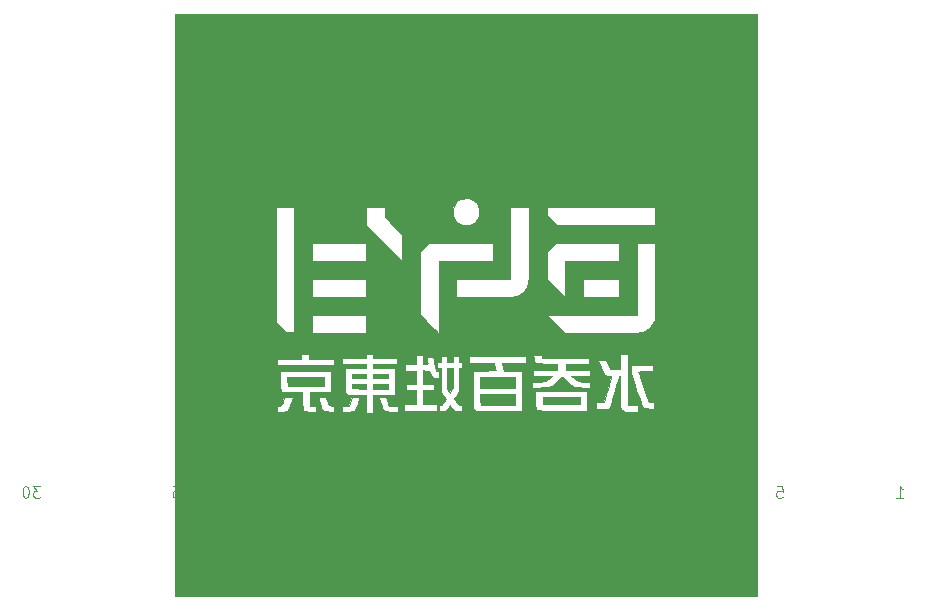
<source format=gbo>
G04 #@! TF.FileFunction,Legend,Bot*
%FSLAX46Y46*%
G04 Gerber Fmt 4.6, Leading zero omitted, Abs format (unit mm)*
G04 Created by KiCad (PCBNEW 4.0.7) date 05/30/18 10:11:05*
%MOMM*%
%LPD*%
G01*
G04 APERTURE LIST*
%ADD10C,0.150000*%
%ADD11C,0.010000*%
%ADD12C,0.081280*%
%ADD13C,0.142240*%
G04 APERTURE END LIST*
D10*
D11*
G36*
X107405714Y-119924286D02*
X156681714Y-119924286D01*
X156681714Y-103486857D01*
X148009428Y-103486857D01*
X148009428Y-104037388D01*
X147594666Y-104025194D01*
X147405484Y-104017725D01*
X147273188Y-104006669D01*
X147182098Y-103989394D01*
X147116534Y-103963268D01*
X147077595Y-103938424D01*
X147049904Y-103913236D01*
X147021006Y-103874109D01*
X146988451Y-103814683D01*
X146955300Y-103740857D01*
X146594285Y-103740857D01*
X146594285Y-104285143D01*
X146016498Y-104285143D01*
X145799758Y-104284815D01*
X145642952Y-104282641D01*
X145533444Y-104276835D01*
X145458597Y-104265612D01*
X145405773Y-104247188D01*
X145362336Y-104219777D01*
X145322136Y-104187052D01*
X145268421Y-104140070D01*
X145224461Y-104093314D01*
X145189279Y-104039340D01*
X145161898Y-103970702D01*
X145141340Y-103879957D01*
X145126629Y-103759658D01*
X145116787Y-103602362D01*
X145110838Y-103400624D01*
X145107804Y-103146999D01*
X145106709Y-102834042D01*
X145106571Y-102544594D01*
X145105626Y-102189935D01*
X145102865Y-101884712D01*
X145098403Y-101633192D01*
X145092352Y-101439641D01*
X145084827Y-101308324D01*
X145075940Y-101243509D01*
X145071822Y-101237143D01*
X145060967Y-101240321D01*
X145048921Y-101253883D01*
X145033825Y-101283874D01*
X145013819Y-101336339D01*
X144987042Y-101417320D01*
X144951634Y-101532864D01*
X144905735Y-101689013D01*
X144847484Y-101891813D01*
X144775021Y-102147306D01*
X144686485Y-102461539D01*
X144597578Y-102778002D01*
X144522163Y-103044772D01*
X144451624Y-103290803D01*
X144388686Y-103506860D01*
X144336074Y-103683709D01*
X144296514Y-103812119D01*
X144272729Y-103882854D01*
X144268828Y-103891927D01*
X144223891Y-103959224D01*
X144164567Y-104007120D01*
X144078784Y-104038748D01*
X143954473Y-104057241D01*
X143779561Y-104065732D01*
X143592640Y-104067429D01*
X143110857Y-104067429D01*
X143110857Y-103489683D01*
X143424020Y-103479199D01*
X143737184Y-103468714D01*
X144020272Y-102507143D01*
X142312571Y-102507143D01*
X142312571Y-104212572D01*
X140362214Y-104210991D01*
X139987425Y-104210129D01*
X139630429Y-104208235D01*
X139298586Y-104205421D01*
X138999260Y-104201799D01*
X138739810Y-104197481D01*
X138527599Y-104192581D01*
X138369988Y-104187209D01*
X138274337Y-104181478D01*
X138253737Y-104178864D01*
X138155779Y-104157562D01*
X138080659Y-104130218D01*
X138025165Y-104087659D01*
X137986083Y-104020712D01*
X137960201Y-103920204D01*
X137944305Y-103776963D01*
X137935183Y-103581816D01*
X137929621Y-103325590D01*
X137928397Y-103250066D01*
X137916651Y-102507143D01*
X142312571Y-102507143D01*
X144020272Y-102507143D01*
X144057661Y-102380143D01*
X144136595Y-102111327D01*
X144208556Y-101864920D01*
X144271060Y-101649533D01*
X144321623Y-101473773D01*
X144357764Y-101346249D01*
X144376998Y-101275570D01*
X144379497Y-101264357D01*
X144347284Y-101250027D01*
X144262160Y-101240168D01*
X144162610Y-101237143D01*
X144041069Y-101229961D01*
X143939159Y-101203095D01*
X143849469Y-101148569D01*
X143764589Y-101058403D01*
X143677109Y-100924620D01*
X143593392Y-100765429D01*
X142566571Y-100765429D01*
X142566571Y-101273429D01*
X140988143Y-101276217D01*
X141169571Y-101440737D01*
X141305225Y-101556987D01*
X141425957Y-101639378D01*
X141549309Y-101693610D01*
X141692825Y-101725383D01*
X141874048Y-101740398D01*
X142103928Y-101744346D01*
X142566571Y-101745143D01*
X142566571Y-102260460D01*
X141958786Y-102243527D01*
X141699585Y-102233247D01*
X141482058Y-102218417D01*
X141316282Y-102199927D01*
X141212335Y-102178666D01*
X141208046Y-102177240D01*
X141108646Y-102123339D01*
X140964874Y-102015627D01*
X140778993Y-101855899D01*
X140630028Y-101718800D01*
X140483331Y-101582096D01*
X140354946Y-101464787D01*
X140254135Y-101375151D01*
X140190164Y-101321468D01*
X140172271Y-101309714D01*
X140140302Y-101334281D01*
X140067130Y-101402013D01*
X139962052Y-101503961D01*
X139834370Y-101631177D01*
X139760816Y-101705681D01*
X139603357Y-101864381D01*
X139472757Y-101986795D01*
X139355897Y-102077922D01*
X139239657Y-102142763D01*
X139110916Y-102186316D01*
X138956555Y-102213583D01*
X138763454Y-102229561D01*
X138518491Y-102239252D01*
X138348357Y-102243939D01*
X137668000Y-102261876D01*
X137668000Y-101751799D01*
X138206415Y-101739400D01*
X138426835Y-101733464D01*
X138591543Y-101723435D01*
X138717379Y-101703437D01*
X138821181Y-101667594D01*
X138919787Y-101610031D01*
X139030036Y-101524873D01*
X139168766Y-101406245D01*
X139173857Y-101401836D01*
X139319000Y-101276154D01*
X138511643Y-101274791D01*
X137704285Y-101273429D01*
X137704285Y-100765429D01*
X139808857Y-100765429D01*
X139808857Y-100224634D01*
X138884516Y-100213817D01*
X138601727Y-100210319D01*
X138382446Y-100206696D01*
X138217613Y-100202111D01*
X138098168Y-100195724D01*
X138015051Y-100186696D01*
X137959203Y-100174188D01*
X137921563Y-100157361D01*
X137893071Y-100135375D01*
X137877821Y-100120583D01*
X137834277Y-100065545D01*
X137807018Y-99994187D01*
X137791017Y-99886938D01*
X137782320Y-99748655D01*
X137775765Y-99604286D01*
X137123714Y-99604286D01*
X137123714Y-100147441D01*
X136113382Y-100157078D01*
X135103051Y-100166714D01*
X135282957Y-100801714D01*
X136797143Y-100801714D01*
X136797143Y-104248857D01*
X134937500Y-104247992D01*
X134571943Y-104247176D01*
X134224543Y-104245162D01*
X133902811Y-104242078D01*
X133614256Y-104238054D01*
X133366389Y-104233219D01*
X133166719Y-104227702D01*
X133022757Y-104221633D01*
X132942012Y-104215141D01*
X132932714Y-104213497D01*
X132870115Y-104199400D01*
X132817920Y-104184509D01*
X132775184Y-104162579D01*
X132740964Y-104127364D01*
X132714317Y-104072618D01*
X132694298Y-103992096D01*
X132679964Y-103879553D01*
X132670371Y-103728743D01*
X132664575Y-103533420D01*
X132661634Y-103287338D01*
X132660602Y-102984253D01*
X132660536Y-102617918D01*
X132660571Y-102412409D01*
X132660571Y-100801714D01*
X133622143Y-100801714D01*
X133877743Y-100801387D01*
X134107757Y-100800464D01*
X134302752Y-100799034D01*
X134453296Y-100797187D01*
X134549959Y-100795012D01*
X134583321Y-100792643D01*
X134573499Y-100755899D01*
X134548730Y-100671455D01*
X134527873Y-100602143D01*
X134487087Y-100464616D01*
X134448578Y-100329840D01*
X134436153Y-100284643D01*
X134399488Y-100148572D01*
X132297714Y-100148572D01*
X132297714Y-100112286D01*
X131753428Y-100112286D01*
X131753428Y-100584000D01*
X131502710Y-100584000D01*
X131481286Y-102561572D01*
X131269615Y-102883433D01*
X131057945Y-103205295D01*
X131197044Y-103408669D01*
X131301285Y-103556341D01*
X131380875Y-103652741D01*
X131449003Y-103708524D01*
X131518857Y-103734341D01*
X131603626Y-103740848D01*
X131608286Y-103740857D01*
X131753428Y-103740857D01*
X131753428Y-104248857D01*
X131460757Y-104248857D01*
X131315075Y-104244928D01*
X131192554Y-104234514D01*
X131115415Y-104219679D01*
X131106662Y-104215984D01*
X131056103Y-104171556D01*
X130980057Y-104085076D01*
X130894062Y-103974352D01*
X130885044Y-103961984D01*
X130805482Y-103855935D01*
X130741543Y-103777653D01*
X130705241Y-103741709D01*
X130702676Y-103740857D01*
X130671476Y-103768909D01*
X130623366Y-103837925D01*
X130614262Y-103852996D01*
X130546087Y-103954233D01*
X130460071Y-104064701D01*
X130439394Y-104088854D01*
X130381760Y-104150730D01*
X130329478Y-104187526D01*
X130261745Y-104205756D01*
X130157757Y-104211932D01*
X130044241Y-104212572D01*
X129757714Y-104212572D01*
X129757714Y-103976714D01*
X129759002Y-103850025D01*
X129767600Y-103779473D01*
X129790610Y-103748626D01*
X129835132Y-103741052D01*
X129859636Y-103740857D01*
X129956352Y-103725137D01*
X130018450Y-103695500D01*
X130066537Y-103643495D01*
X130134126Y-103554594D01*
X130208136Y-103448210D01*
X130275488Y-103343755D01*
X130323099Y-103260639D01*
X130338286Y-103220857D01*
X130318131Y-103179674D01*
X130264080Y-103095083D01*
X130185749Y-102981753D01*
X130138714Y-102916468D01*
X129939143Y-102643192D01*
X129939143Y-101146429D01*
X129757714Y-101146429D01*
X129757714Y-101418572D01*
X129575120Y-101418572D01*
X129353850Y-101394597D01*
X129183943Y-101320810D01*
X129061483Y-101194420D01*
X128982554Y-101012635D01*
X128977140Y-100992237D01*
X128933488Y-100819857D01*
X128674315Y-100809196D01*
X128415143Y-100798535D01*
X128415143Y-101926572D01*
X129394857Y-101926572D01*
X129394857Y-102434572D01*
X128415143Y-102434572D01*
X128415143Y-103632000D01*
X129612571Y-103632000D01*
X129612571Y-104212572D01*
X126854857Y-104212572D01*
X126854857Y-103777143D01*
X126274286Y-103777143D01*
X126274286Y-104285143D01*
X125801406Y-104285143D01*
X125540934Y-104280422D01*
X125350777Y-104266165D01*
X125229289Y-104242236D01*
X125211763Y-104235723D01*
X125111713Y-104180825D01*
X125034012Y-104117720D01*
X125033511Y-104117159D01*
X125007944Y-104065709D01*
X124968487Y-103960281D01*
X124920070Y-103816982D01*
X124867627Y-103651921D01*
X124816088Y-103481208D01*
X124770386Y-103320950D01*
X124735452Y-103187257D01*
X124716219Y-103096237D01*
X124714000Y-103073563D01*
X124747480Y-103063481D01*
X124836715Y-103055803D01*
X124964898Y-103051759D01*
X125017043Y-103051429D01*
X125320086Y-103051429D01*
X125384866Y-103296357D01*
X125425509Y-103440926D01*
X125467127Y-103574554D01*
X125497257Y-103659214D01*
X125544868Y-103777143D01*
X126274286Y-103777143D01*
X126854857Y-103777143D01*
X126854857Y-103632000D01*
X127798286Y-103632000D01*
X127798286Y-102434572D01*
X127000000Y-102434572D01*
X127000000Y-101926572D01*
X127798286Y-101926572D01*
X127798286Y-100801714D01*
X126927428Y-100801714D01*
X126927428Y-100257429D01*
X127798286Y-100257429D01*
X127798286Y-99713143D01*
X126238000Y-99713143D01*
X126238000Y-100221143D01*
X124206000Y-100221143D01*
X124206000Y-100584000D01*
X126020286Y-100584000D01*
X126020286Y-102833714D01*
X124206000Y-102833714D01*
X124206000Y-104357715D01*
X123589143Y-104357715D01*
X123589143Y-103100359D01*
X123033845Y-103100359D01*
X123033795Y-103100490D01*
X123016777Y-103152432D01*
X122983817Y-103259076D01*
X122939465Y-103405506D01*
X122888271Y-103576806D01*
X122881560Y-103599419D01*
X122812523Y-103824442D01*
X122755351Y-103989320D01*
X122704917Y-104104461D01*
X122656097Y-104180276D01*
X122603765Y-104227174D01*
X122561956Y-104248509D01*
X122496240Y-104260928D01*
X122374858Y-104271491D01*
X122214711Y-104279127D01*
X122032702Y-104282767D01*
X122019785Y-104282843D01*
X121557143Y-104285143D01*
X121557143Y-103777143D01*
X120904000Y-103777143D01*
X120904000Y-104285143D01*
X120586500Y-104284941D01*
X120421755Y-104280295D01*
X120266935Y-104268142D01*
X120149694Y-104250850D01*
X120128476Y-104245720D01*
X120029800Y-104209965D01*
X119950759Y-104157028D01*
X119884622Y-104076152D01*
X119824653Y-103956584D01*
X119764122Y-103787569D01*
X119696294Y-103558352D01*
X119694791Y-103552991D01*
X119645671Y-103375331D01*
X119604656Y-103222774D01*
X119575306Y-103108886D01*
X119561179Y-103047231D01*
X119560441Y-103040996D01*
X119594462Y-103029566D01*
X119684873Y-103022676D01*
X119815585Y-103021204D01*
X119893599Y-103022853D01*
X120225769Y-103033286D01*
X120324697Y-103350921D01*
X120373529Y-103498181D01*
X120420200Y-103622554D01*
X120457291Y-103704869D01*
X120468684Y-103722850D01*
X120544698Y-103761822D01*
X120686863Y-103776957D01*
X120708871Y-103777143D01*
X120904000Y-103777143D01*
X121557143Y-103777143D01*
X122169274Y-103777143D01*
X122407146Y-103051429D01*
X122729884Y-103051429D01*
X122887449Y-103053611D01*
X122983395Y-103061325D01*
X123028576Y-103076324D01*
X123033845Y-103100359D01*
X123589143Y-103100359D01*
X123589143Y-102833714D01*
X122023275Y-102833714D01*
X121917209Y-102727649D01*
X121811143Y-102621583D01*
X121811143Y-100801714D01*
X120650000Y-100801714D01*
X120650000Y-102652286D01*
X118835714Y-102652286D01*
X118835714Y-103777143D01*
X119343714Y-103777143D01*
X119343714Y-104290766D01*
X118857549Y-104278883D01*
X118654601Y-104272626D01*
X118511073Y-104264179D01*
X118413816Y-104251650D01*
X118349680Y-104233143D01*
X118305515Y-104206764D01*
X118295121Y-104197876D01*
X118269337Y-104171091D01*
X118250123Y-104137217D01*
X118236516Y-104086060D01*
X118227553Y-104007428D01*
X118222273Y-103891128D01*
X118219710Y-103726965D01*
X118218904Y-103504746D01*
X118218857Y-103390519D01*
X118218857Y-103053683D01*
X117384285Y-103053683D01*
X117373513Y-103100382D01*
X117343901Y-103202562D01*
X117299510Y-103346842D01*
X117244402Y-103519839D01*
X117221091Y-103591558D01*
X117140805Y-103825497D01*
X117071158Y-103998199D01*
X117006483Y-104119144D01*
X116941112Y-104197810D01*
X116869375Y-104243675D01*
X116821857Y-104259169D01*
X116755139Y-104267203D01*
X116635957Y-104274278D01*
X116484422Y-104279366D01*
X116395500Y-104280934D01*
X116041714Y-104285143D01*
X116041714Y-103777143D01*
X116222306Y-103777143D01*
X116316481Y-103773080D01*
X116386611Y-103753586D01*
X116441713Y-103707705D01*
X116490801Y-103624479D01*
X116542892Y-103492952D01*
X116602972Y-103314500D01*
X116700817Y-103015143D01*
X117042551Y-103015143D01*
X117217155Y-103019111D01*
X117332457Y-103030573D01*
X117382586Y-103048866D01*
X117384285Y-103053683D01*
X118218857Y-103053683D01*
X118218857Y-102652286D01*
X117437549Y-102652286D01*
X117138977Y-102650668D01*
X116904300Y-102644867D01*
X116724893Y-102633458D01*
X116592131Y-102615019D01*
X116497390Y-102588126D01*
X116432045Y-102551356D01*
X116387471Y-102503286D01*
X116371206Y-102476315D01*
X116357118Y-102412055D01*
X116345924Y-102280563D01*
X116337862Y-102087130D01*
X116333169Y-101837047D01*
X116332000Y-101602386D01*
X116332000Y-100801714D01*
X120650000Y-100801714D01*
X121811143Y-100801714D01*
X121811143Y-100584000D01*
X123589143Y-100584000D01*
X123589143Y-100221143D01*
X121557143Y-100221143D01*
X121557143Y-99822000D01*
X120904000Y-99822000D01*
X120904000Y-100330000D01*
X116041714Y-100330000D01*
X116041714Y-99822000D01*
X118073714Y-99822000D01*
X118073714Y-99422857D01*
X118763143Y-99422857D01*
X118763143Y-99822000D01*
X120904000Y-99822000D01*
X121557143Y-99822000D01*
X121557143Y-99713143D01*
X123589143Y-99713143D01*
X123589143Y-99422857D01*
X124206000Y-99422857D01*
X124206000Y-99713143D01*
X126238000Y-99713143D01*
X127798286Y-99713143D01*
X127798286Y-99459143D01*
X128415143Y-99459143D01*
X128415143Y-100257429D01*
X128614714Y-100257429D01*
X128702706Y-100257300D01*
X128763102Y-100249891D01*
X128798025Y-100224664D01*
X128809600Y-100171085D01*
X128799948Y-100078617D01*
X128771195Y-99936725D01*
X128725463Y-99734872D01*
X128722586Y-99722214D01*
X128716902Y-99681778D01*
X128731716Y-99657531D01*
X128780826Y-99645339D01*
X128878030Y-99641066D01*
X128995023Y-99640572D01*
X129130017Y-99642005D01*
X129231731Y-99645816D01*
X129283011Y-99651268D01*
X129286000Y-99653053D01*
X129293730Y-99710582D01*
X129314625Y-99821982D01*
X129345236Y-99971675D01*
X129382119Y-100144085D01*
X129421826Y-100323633D01*
X129460913Y-100494743D01*
X129495932Y-100641837D01*
X129523437Y-100749338D01*
X129539982Y-100801669D01*
X129540209Y-100802105D01*
X129607768Y-100861265D01*
X129668276Y-100874286D01*
X129713773Y-100877829D01*
X129740443Y-100898646D01*
X129753308Y-100952019D01*
X129757391Y-101053229D01*
X129757714Y-101146429D01*
X129939143Y-101146429D01*
X129939143Y-100584000D01*
X129648857Y-100584000D01*
X129648857Y-100112286D01*
X129939143Y-100112286D01*
X129939143Y-99531714D01*
X130447143Y-99531714D01*
X130447143Y-100112286D01*
X130955143Y-100112286D01*
X130955143Y-99531714D01*
X131499428Y-99531714D01*
X131499428Y-100112286D01*
X131753428Y-100112286D01*
X132297714Y-100112286D01*
X132297714Y-99604286D01*
X137123714Y-99604286D01*
X137775765Y-99604286D01*
X137769173Y-99459143D01*
X138466285Y-99459143D01*
X138466285Y-99582261D01*
X138483670Y-99684929D01*
X138523682Y-99727404D01*
X138569958Y-99731573D01*
X138681928Y-99735485D01*
X138852715Y-99739064D01*
X139075442Y-99742234D01*
X139343233Y-99744920D01*
X139649209Y-99747048D01*
X139986494Y-99748542D01*
X140348210Y-99749326D01*
X140537539Y-99749429D01*
X142494000Y-99749429D01*
X142494000Y-100221143D01*
X140498286Y-100221143D01*
X140498286Y-100765429D01*
X142566571Y-100765429D01*
X143593392Y-100765429D01*
X143579620Y-100739242D01*
X143464710Y-100494291D01*
X143457122Y-100477575D01*
X143376203Y-100297286D01*
X143307130Y-100139989D01*
X143255023Y-100017614D01*
X143224999Y-99942091D01*
X143219714Y-99924218D01*
X143253346Y-99911389D01*
X143343657Y-99901356D01*
X143474767Y-99895505D01*
X143559128Y-99894572D01*
X143898542Y-99894572D01*
X144055379Y-100241707D01*
X144128031Y-100392093D01*
X144198795Y-100520628D01*
X144257924Y-100610475D01*
X144286468Y-100640850D01*
X144355506Y-100668212D01*
X144474608Y-100685010D01*
X144653125Y-100692332D01*
X144733645Y-100692857D01*
X145106571Y-100692857D01*
X145106571Y-99422857D01*
X145796000Y-99422857D01*
X145796000Y-101524461D01*
X145796371Y-101909595D01*
X145797440Y-102273879D01*
X145799139Y-102610697D01*
X145801401Y-102913430D01*
X145804158Y-103175460D01*
X145807343Y-103390170D01*
X145810888Y-103550942D01*
X145814725Y-103651159D01*
X145818025Y-103683461D01*
X145840286Y-103709975D01*
X145891129Y-103727102D01*
X145983267Y-103736671D01*
X146129417Y-103740511D01*
X146217168Y-103740857D01*
X146594285Y-103740857D01*
X146955300Y-103740857D01*
X146949794Y-103728597D01*
X146902585Y-103609490D01*
X146844376Y-103451002D01*
X146772721Y-103246772D01*
X146685171Y-102990439D01*
X146579278Y-102675642D01*
X146498088Y-102432567D01*
X146380815Y-102080449D01*
X146284498Y-101789498D01*
X146207057Y-101552066D01*
X146146410Y-101360501D01*
X146100475Y-101207155D01*
X146067171Y-101084377D01*
X146044416Y-100984517D01*
X146030128Y-100899926D01*
X146022227Y-100822954D01*
X146018630Y-100745951D01*
X146017302Y-100665643D01*
X146013714Y-100330000D01*
X147900571Y-100330000D01*
X147900571Y-100874286D01*
X147283714Y-100874286D01*
X147081285Y-100875621D01*
X146906764Y-100879320D01*
X146771932Y-100884925D01*
X146688572Y-100891978D01*
X146666857Y-100898279D01*
X146678402Y-100942389D01*
X146710854Y-101045385D01*
X146760943Y-101197801D01*
X146825395Y-101390174D01*
X146900939Y-101613039D01*
X146984302Y-101856932D01*
X147072213Y-102112388D01*
X147161400Y-102369944D01*
X147248590Y-102620136D01*
X147330511Y-102853498D01*
X147403891Y-103060567D01*
X147465458Y-103231878D01*
X147511940Y-103357968D01*
X147540065Y-103429371D01*
X147546130Y-103441500D01*
X147604532Y-103468499D01*
X147716016Y-103484244D01*
X147796157Y-103486857D01*
X148009428Y-103486857D01*
X156681714Y-103486857D01*
X156681714Y-89988572D01*
X148047221Y-89988572D01*
X148037396Y-93245214D01*
X148027571Y-96501857D01*
X147911706Y-96746450D01*
X147738710Y-97029557D01*
X147512805Y-97264964D01*
X147239758Y-97447674D01*
X146975285Y-97557694D01*
X146932970Y-97566124D01*
X146859864Y-97573572D01*
X146752158Y-97580093D01*
X146606043Y-97585743D01*
X146417708Y-97590576D01*
X146183342Y-97594648D01*
X145899136Y-97598012D01*
X145561280Y-97600725D01*
X145165963Y-97602842D01*
X144709376Y-97604416D01*
X144187708Y-97605504D01*
X143618533Y-97606144D01*
X140406923Y-97608572D01*
X138884219Y-96084572D01*
X146521714Y-96084572D01*
X146521714Y-93036572D01*
X144997714Y-93036572D01*
X144997714Y-94560572D01*
X141949714Y-94560572D01*
X141949714Y-93036572D01*
X144997714Y-93036572D01*
X146521714Y-93036572D01*
X146521714Y-89988572D01*
X144997714Y-89988572D01*
X144997714Y-91512572D01*
X140425714Y-91512572D01*
X140425714Y-94578066D01*
X139663714Y-93816714D01*
X138901714Y-93055363D01*
X138901714Y-90731132D01*
X139646810Y-89988572D01*
X144997714Y-89988572D01*
X146521714Y-89988572D01*
X148047221Y-89988572D01*
X156681714Y-89988572D01*
X156681714Y-86940572D01*
X148045714Y-86940572D01*
X148045714Y-88464572D01*
X139753294Y-88464572D01*
X139327504Y-88037670D01*
X138901714Y-87610767D01*
X138901714Y-86940572D01*
X137377714Y-86940572D01*
X137377283Y-90088357D01*
X137377000Y-90664031D01*
X137376278Y-91171325D01*
X137375054Y-91614429D01*
X137373268Y-91997533D01*
X137370857Y-92324829D01*
X137367760Y-92600507D01*
X137363916Y-92828756D01*
X137359264Y-93013768D01*
X137353740Y-93159733D01*
X137347285Y-93270841D01*
X137339836Y-93351283D01*
X137331333Y-93405249D01*
X137328389Y-93417572D01*
X137208753Y-93732976D01*
X137031825Y-94006650D01*
X136802512Y-94233295D01*
X136525720Y-94407609D01*
X136340716Y-94484251D01*
X136296206Y-94498816D01*
X136249918Y-94511336D01*
X136196278Y-94521968D01*
X136129710Y-94530870D01*
X136044638Y-94538199D01*
X135935489Y-94544114D01*
X135796687Y-94548772D01*
X135622657Y-94552331D01*
X135407824Y-94554949D01*
X135146613Y-94556782D01*
X134833449Y-94557990D01*
X134462757Y-94558729D01*
X134028961Y-94559157D01*
X133685643Y-94559356D01*
X131245428Y-94560572D01*
X131245428Y-93036572D01*
X135817428Y-93036572D01*
X135817428Y-89988572D01*
X134329714Y-89988572D01*
X134329714Y-91512572D01*
X129757714Y-91512572D01*
X129757714Y-94560572D01*
X129757402Y-95023897D01*
X129756496Y-95465794D01*
X129755043Y-95880964D01*
X129753090Y-96264105D01*
X129750683Y-96609917D01*
X129747870Y-96913100D01*
X129744698Y-97168354D01*
X129741212Y-97370377D01*
X129737460Y-97513870D01*
X129733489Y-97593532D01*
X129730816Y-97608572D01*
X129699286Y-97583885D01*
X129623233Y-97514077D01*
X129509267Y-97405524D01*
X129363996Y-97264603D01*
X129194032Y-97097688D01*
X129005984Y-96911158D01*
X128950674Y-96855967D01*
X128214937Y-96120857D01*
X123625428Y-96120857D01*
X123625428Y-97644857D01*
X119053428Y-97644857D01*
X119053428Y-96120857D01*
X123625428Y-96120857D01*
X128214937Y-96120857D01*
X128197428Y-96103363D01*
X128197428Y-93036572D01*
X123625428Y-93036572D01*
X123625428Y-94560572D01*
X119053428Y-94560572D01*
X119053428Y-93036572D01*
X123625428Y-93036572D01*
X128197428Y-93036572D01*
X128197428Y-90731132D01*
X128569976Y-90359852D01*
X128942525Y-89988572D01*
X134329714Y-89988572D01*
X135817428Y-89988572D01*
X135817428Y-89316622D01*
X126673428Y-89316622D01*
X126673428Y-91530391D01*
X125149428Y-90006715D01*
X125131282Y-89988572D01*
X123625428Y-89988572D01*
X123625428Y-91512572D01*
X119053428Y-91512572D01*
X119053428Y-89988572D01*
X123625428Y-89988572D01*
X125131282Y-89988572D01*
X123625428Y-88483038D01*
X123625428Y-86940572D01*
X117529428Y-86940572D01*
X117529428Y-97536000D01*
X116857008Y-97536000D01*
X116005428Y-96682196D01*
X116005428Y-86940572D01*
X117529428Y-86940572D01*
X123625428Y-86940572D01*
X125185714Y-86940572D01*
X125185714Y-87830236D01*
X126673428Y-89316622D01*
X135817428Y-89316622D01*
X135817428Y-87442280D01*
X133199558Y-87442280D01*
X133184029Y-87611011D01*
X133168503Y-87684671D01*
X133067407Y-87918829D01*
X132907768Y-88131203D01*
X132703227Y-88307544D01*
X132467419Y-88433603D01*
X132442857Y-88442817D01*
X132239646Y-88486899D01*
X132006753Y-88491768D01*
X131774214Y-88459447D01*
X131572065Y-88391960D01*
X131553857Y-88382933D01*
X131326607Y-88228014D01*
X131132734Y-88020887D01*
X131023113Y-87847715D01*
X130979621Y-87750705D01*
X130953601Y-87650268D01*
X130940961Y-87522953D01*
X130937623Y-87357857D01*
X130953679Y-87099589D01*
X131007809Y-86887876D01*
X131107308Y-86703552D01*
X131250197Y-86536660D01*
X131415099Y-86394656D01*
X131586206Y-86300665D01*
X131785012Y-86245826D01*
X132012982Y-86222230D01*
X132176950Y-86216723D01*
X132294572Y-86222532D01*
X132391677Y-86243392D01*
X132494091Y-86283034D01*
X132522638Y-86295899D01*
X132779530Y-86447200D01*
X132975548Y-86637997D01*
X133110659Y-86868245D01*
X133184834Y-87137899D01*
X133197351Y-87255471D01*
X133199558Y-87442280D01*
X135817428Y-87442280D01*
X135817428Y-86940572D01*
X137377714Y-86940572D01*
X138901714Y-86940572D01*
X148045714Y-86940572D01*
X156681714Y-86940572D01*
X156681714Y-70612000D01*
X107405714Y-70612000D01*
X107405714Y-119924286D01*
X107405714Y-119924286D01*
G37*
X107405714Y-119924286D02*
X156681714Y-119924286D01*
X156681714Y-103486857D01*
X148009428Y-103486857D01*
X148009428Y-104037388D01*
X147594666Y-104025194D01*
X147405484Y-104017725D01*
X147273188Y-104006669D01*
X147182098Y-103989394D01*
X147116534Y-103963268D01*
X147077595Y-103938424D01*
X147049904Y-103913236D01*
X147021006Y-103874109D01*
X146988451Y-103814683D01*
X146955300Y-103740857D01*
X146594285Y-103740857D01*
X146594285Y-104285143D01*
X146016498Y-104285143D01*
X145799758Y-104284815D01*
X145642952Y-104282641D01*
X145533444Y-104276835D01*
X145458597Y-104265612D01*
X145405773Y-104247188D01*
X145362336Y-104219777D01*
X145322136Y-104187052D01*
X145268421Y-104140070D01*
X145224461Y-104093314D01*
X145189279Y-104039340D01*
X145161898Y-103970702D01*
X145141340Y-103879957D01*
X145126629Y-103759658D01*
X145116787Y-103602362D01*
X145110838Y-103400624D01*
X145107804Y-103146999D01*
X145106709Y-102834042D01*
X145106571Y-102544594D01*
X145105626Y-102189935D01*
X145102865Y-101884712D01*
X145098403Y-101633192D01*
X145092352Y-101439641D01*
X145084827Y-101308324D01*
X145075940Y-101243509D01*
X145071822Y-101237143D01*
X145060967Y-101240321D01*
X145048921Y-101253883D01*
X145033825Y-101283874D01*
X145013819Y-101336339D01*
X144987042Y-101417320D01*
X144951634Y-101532864D01*
X144905735Y-101689013D01*
X144847484Y-101891813D01*
X144775021Y-102147306D01*
X144686485Y-102461539D01*
X144597578Y-102778002D01*
X144522163Y-103044772D01*
X144451624Y-103290803D01*
X144388686Y-103506860D01*
X144336074Y-103683709D01*
X144296514Y-103812119D01*
X144272729Y-103882854D01*
X144268828Y-103891927D01*
X144223891Y-103959224D01*
X144164567Y-104007120D01*
X144078784Y-104038748D01*
X143954473Y-104057241D01*
X143779561Y-104065732D01*
X143592640Y-104067429D01*
X143110857Y-104067429D01*
X143110857Y-103489683D01*
X143424020Y-103479199D01*
X143737184Y-103468714D01*
X144020272Y-102507143D01*
X142312571Y-102507143D01*
X142312571Y-104212572D01*
X140362214Y-104210991D01*
X139987425Y-104210129D01*
X139630429Y-104208235D01*
X139298586Y-104205421D01*
X138999260Y-104201799D01*
X138739810Y-104197481D01*
X138527599Y-104192581D01*
X138369988Y-104187209D01*
X138274337Y-104181478D01*
X138253737Y-104178864D01*
X138155779Y-104157562D01*
X138080659Y-104130218D01*
X138025165Y-104087659D01*
X137986083Y-104020712D01*
X137960201Y-103920204D01*
X137944305Y-103776963D01*
X137935183Y-103581816D01*
X137929621Y-103325590D01*
X137928397Y-103250066D01*
X137916651Y-102507143D01*
X142312571Y-102507143D01*
X144020272Y-102507143D01*
X144057661Y-102380143D01*
X144136595Y-102111327D01*
X144208556Y-101864920D01*
X144271060Y-101649533D01*
X144321623Y-101473773D01*
X144357764Y-101346249D01*
X144376998Y-101275570D01*
X144379497Y-101264357D01*
X144347284Y-101250027D01*
X144262160Y-101240168D01*
X144162610Y-101237143D01*
X144041069Y-101229961D01*
X143939159Y-101203095D01*
X143849469Y-101148569D01*
X143764589Y-101058403D01*
X143677109Y-100924620D01*
X143593392Y-100765429D01*
X142566571Y-100765429D01*
X142566571Y-101273429D01*
X140988143Y-101276217D01*
X141169571Y-101440737D01*
X141305225Y-101556987D01*
X141425957Y-101639378D01*
X141549309Y-101693610D01*
X141692825Y-101725383D01*
X141874048Y-101740398D01*
X142103928Y-101744346D01*
X142566571Y-101745143D01*
X142566571Y-102260460D01*
X141958786Y-102243527D01*
X141699585Y-102233247D01*
X141482058Y-102218417D01*
X141316282Y-102199927D01*
X141212335Y-102178666D01*
X141208046Y-102177240D01*
X141108646Y-102123339D01*
X140964874Y-102015627D01*
X140778993Y-101855899D01*
X140630028Y-101718800D01*
X140483331Y-101582096D01*
X140354946Y-101464787D01*
X140254135Y-101375151D01*
X140190164Y-101321468D01*
X140172271Y-101309714D01*
X140140302Y-101334281D01*
X140067130Y-101402013D01*
X139962052Y-101503961D01*
X139834370Y-101631177D01*
X139760816Y-101705681D01*
X139603357Y-101864381D01*
X139472757Y-101986795D01*
X139355897Y-102077922D01*
X139239657Y-102142763D01*
X139110916Y-102186316D01*
X138956555Y-102213583D01*
X138763454Y-102229561D01*
X138518491Y-102239252D01*
X138348357Y-102243939D01*
X137668000Y-102261876D01*
X137668000Y-101751799D01*
X138206415Y-101739400D01*
X138426835Y-101733464D01*
X138591543Y-101723435D01*
X138717379Y-101703437D01*
X138821181Y-101667594D01*
X138919787Y-101610031D01*
X139030036Y-101524873D01*
X139168766Y-101406245D01*
X139173857Y-101401836D01*
X139319000Y-101276154D01*
X138511643Y-101274791D01*
X137704285Y-101273429D01*
X137704285Y-100765429D01*
X139808857Y-100765429D01*
X139808857Y-100224634D01*
X138884516Y-100213817D01*
X138601727Y-100210319D01*
X138382446Y-100206696D01*
X138217613Y-100202111D01*
X138098168Y-100195724D01*
X138015051Y-100186696D01*
X137959203Y-100174188D01*
X137921563Y-100157361D01*
X137893071Y-100135375D01*
X137877821Y-100120583D01*
X137834277Y-100065545D01*
X137807018Y-99994187D01*
X137791017Y-99886938D01*
X137782320Y-99748655D01*
X137775765Y-99604286D01*
X137123714Y-99604286D01*
X137123714Y-100147441D01*
X136113382Y-100157078D01*
X135103051Y-100166714D01*
X135282957Y-100801714D01*
X136797143Y-100801714D01*
X136797143Y-104248857D01*
X134937500Y-104247992D01*
X134571943Y-104247176D01*
X134224543Y-104245162D01*
X133902811Y-104242078D01*
X133614256Y-104238054D01*
X133366389Y-104233219D01*
X133166719Y-104227702D01*
X133022757Y-104221633D01*
X132942012Y-104215141D01*
X132932714Y-104213497D01*
X132870115Y-104199400D01*
X132817920Y-104184509D01*
X132775184Y-104162579D01*
X132740964Y-104127364D01*
X132714317Y-104072618D01*
X132694298Y-103992096D01*
X132679964Y-103879553D01*
X132670371Y-103728743D01*
X132664575Y-103533420D01*
X132661634Y-103287338D01*
X132660602Y-102984253D01*
X132660536Y-102617918D01*
X132660571Y-102412409D01*
X132660571Y-100801714D01*
X133622143Y-100801714D01*
X133877743Y-100801387D01*
X134107757Y-100800464D01*
X134302752Y-100799034D01*
X134453296Y-100797187D01*
X134549959Y-100795012D01*
X134583321Y-100792643D01*
X134573499Y-100755899D01*
X134548730Y-100671455D01*
X134527873Y-100602143D01*
X134487087Y-100464616D01*
X134448578Y-100329840D01*
X134436153Y-100284643D01*
X134399488Y-100148572D01*
X132297714Y-100148572D01*
X132297714Y-100112286D01*
X131753428Y-100112286D01*
X131753428Y-100584000D01*
X131502710Y-100584000D01*
X131481286Y-102561572D01*
X131269615Y-102883433D01*
X131057945Y-103205295D01*
X131197044Y-103408669D01*
X131301285Y-103556341D01*
X131380875Y-103652741D01*
X131449003Y-103708524D01*
X131518857Y-103734341D01*
X131603626Y-103740848D01*
X131608286Y-103740857D01*
X131753428Y-103740857D01*
X131753428Y-104248857D01*
X131460757Y-104248857D01*
X131315075Y-104244928D01*
X131192554Y-104234514D01*
X131115415Y-104219679D01*
X131106662Y-104215984D01*
X131056103Y-104171556D01*
X130980057Y-104085076D01*
X130894062Y-103974352D01*
X130885044Y-103961984D01*
X130805482Y-103855935D01*
X130741543Y-103777653D01*
X130705241Y-103741709D01*
X130702676Y-103740857D01*
X130671476Y-103768909D01*
X130623366Y-103837925D01*
X130614262Y-103852996D01*
X130546087Y-103954233D01*
X130460071Y-104064701D01*
X130439394Y-104088854D01*
X130381760Y-104150730D01*
X130329478Y-104187526D01*
X130261745Y-104205756D01*
X130157757Y-104211932D01*
X130044241Y-104212572D01*
X129757714Y-104212572D01*
X129757714Y-103976714D01*
X129759002Y-103850025D01*
X129767600Y-103779473D01*
X129790610Y-103748626D01*
X129835132Y-103741052D01*
X129859636Y-103740857D01*
X129956352Y-103725137D01*
X130018450Y-103695500D01*
X130066537Y-103643495D01*
X130134126Y-103554594D01*
X130208136Y-103448210D01*
X130275488Y-103343755D01*
X130323099Y-103260639D01*
X130338286Y-103220857D01*
X130318131Y-103179674D01*
X130264080Y-103095083D01*
X130185749Y-102981753D01*
X130138714Y-102916468D01*
X129939143Y-102643192D01*
X129939143Y-101146429D01*
X129757714Y-101146429D01*
X129757714Y-101418572D01*
X129575120Y-101418572D01*
X129353850Y-101394597D01*
X129183943Y-101320810D01*
X129061483Y-101194420D01*
X128982554Y-101012635D01*
X128977140Y-100992237D01*
X128933488Y-100819857D01*
X128674315Y-100809196D01*
X128415143Y-100798535D01*
X128415143Y-101926572D01*
X129394857Y-101926572D01*
X129394857Y-102434572D01*
X128415143Y-102434572D01*
X128415143Y-103632000D01*
X129612571Y-103632000D01*
X129612571Y-104212572D01*
X126854857Y-104212572D01*
X126854857Y-103777143D01*
X126274286Y-103777143D01*
X126274286Y-104285143D01*
X125801406Y-104285143D01*
X125540934Y-104280422D01*
X125350777Y-104266165D01*
X125229289Y-104242236D01*
X125211763Y-104235723D01*
X125111713Y-104180825D01*
X125034012Y-104117720D01*
X125033511Y-104117159D01*
X125007944Y-104065709D01*
X124968487Y-103960281D01*
X124920070Y-103816982D01*
X124867627Y-103651921D01*
X124816088Y-103481208D01*
X124770386Y-103320950D01*
X124735452Y-103187257D01*
X124716219Y-103096237D01*
X124714000Y-103073563D01*
X124747480Y-103063481D01*
X124836715Y-103055803D01*
X124964898Y-103051759D01*
X125017043Y-103051429D01*
X125320086Y-103051429D01*
X125384866Y-103296357D01*
X125425509Y-103440926D01*
X125467127Y-103574554D01*
X125497257Y-103659214D01*
X125544868Y-103777143D01*
X126274286Y-103777143D01*
X126854857Y-103777143D01*
X126854857Y-103632000D01*
X127798286Y-103632000D01*
X127798286Y-102434572D01*
X127000000Y-102434572D01*
X127000000Y-101926572D01*
X127798286Y-101926572D01*
X127798286Y-100801714D01*
X126927428Y-100801714D01*
X126927428Y-100257429D01*
X127798286Y-100257429D01*
X127798286Y-99713143D01*
X126238000Y-99713143D01*
X126238000Y-100221143D01*
X124206000Y-100221143D01*
X124206000Y-100584000D01*
X126020286Y-100584000D01*
X126020286Y-102833714D01*
X124206000Y-102833714D01*
X124206000Y-104357715D01*
X123589143Y-104357715D01*
X123589143Y-103100359D01*
X123033845Y-103100359D01*
X123033795Y-103100490D01*
X123016777Y-103152432D01*
X122983817Y-103259076D01*
X122939465Y-103405506D01*
X122888271Y-103576806D01*
X122881560Y-103599419D01*
X122812523Y-103824442D01*
X122755351Y-103989320D01*
X122704917Y-104104461D01*
X122656097Y-104180276D01*
X122603765Y-104227174D01*
X122561956Y-104248509D01*
X122496240Y-104260928D01*
X122374858Y-104271491D01*
X122214711Y-104279127D01*
X122032702Y-104282767D01*
X122019785Y-104282843D01*
X121557143Y-104285143D01*
X121557143Y-103777143D01*
X120904000Y-103777143D01*
X120904000Y-104285143D01*
X120586500Y-104284941D01*
X120421755Y-104280295D01*
X120266935Y-104268142D01*
X120149694Y-104250850D01*
X120128476Y-104245720D01*
X120029800Y-104209965D01*
X119950759Y-104157028D01*
X119884622Y-104076152D01*
X119824653Y-103956584D01*
X119764122Y-103787569D01*
X119696294Y-103558352D01*
X119694791Y-103552991D01*
X119645671Y-103375331D01*
X119604656Y-103222774D01*
X119575306Y-103108886D01*
X119561179Y-103047231D01*
X119560441Y-103040996D01*
X119594462Y-103029566D01*
X119684873Y-103022676D01*
X119815585Y-103021204D01*
X119893599Y-103022853D01*
X120225769Y-103033286D01*
X120324697Y-103350921D01*
X120373529Y-103498181D01*
X120420200Y-103622554D01*
X120457291Y-103704869D01*
X120468684Y-103722850D01*
X120544698Y-103761822D01*
X120686863Y-103776957D01*
X120708871Y-103777143D01*
X120904000Y-103777143D01*
X121557143Y-103777143D01*
X122169274Y-103777143D01*
X122407146Y-103051429D01*
X122729884Y-103051429D01*
X122887449Y-103053611D01*
X122983395Y-103061325D01*
X123028576Y-103076324D01*
X123033845Y-103100359D01*
X123589143Y-103100359D01*
X123589143Y-102833714D01*
X122023275Y-102833714D01*
X121917209Y-102727649D01*
X121811143Y-102621583D01*
X121811143Y-100801714D01*
X120650000Y-100801714D01*
X120650000Y-102652286D01*
X118835714Y-102652286D01*
X118835714Y-103777143D01*
X119343714Y-103777143D01*
X119343714Y-104290766D01*
X118857549Y-104278883D01*
X118654601Y-104272626D01*
X118511073Y-104264179D01*
X118413816Y-104251650D01*
X118349680Y-104233143D01*
X118305515Y-104206764D01*
X118295121Y-104197876D01*
X118269337Y-104171091D01*
X118250123Y-104137217D01*
X118236516Y-104086060D01*
X118227553Y-104007428D01*
X118222273Y-103891128D01*
X118219710Y-103726965D01*
X118218904Y-103504746D01*
X118218857Y-103390519D01*
X118218857Y-103053683D01*
X117384285Y-103053683D01*
X117373513Y-103100382D01*
X117343901Y-103202562D01*
X117299510Y-103346842D01*
X117244402Y-103519839D01*
X117221091Y-103591558D01*
X117140805Y-103825497D01*
X117071158Y-103998199D01*
X117006483Y-104119144D01*
X116941112Y-104197810D01*
X116869375Y-104243675D01*
X116821857Y-104259169D01*
X116755139Y-104267203D01*
X116635957Y-104274278D01*
X116484422Y-104279366D01*
X116395500Y-104280934D01*
X116041714Y-104285143D01*
X116041714Y-103777143D01*
X116222306Y-103777143D01*
X116316481Y-103773080D01*
X116386611Y-103753586D01*
X116441713Y-103707705D01*
X116490801Y-103624479D01*
X116542892Y-103492952D01*
X116602972Y-103314500D01*
X116700817Y-103015143D01*
X117042551Y-103015143D01*
X117217155Y-103019111D01*
X117332457Y-103030573D01*
X117382586Y-103048866D01*
X117384285Y-103053683D01*
X118218857Y-103053683D01*
X118218857Y-102652286D01*
X117437549Y-102652286D01*
X117138977Y-102650668D01*
X116904300Y-102644867D01*
X116724893Y-102633458D01*
X116592131Y-102615019D01*
X116497390Y-102588126D01*
X116432045Y-102551356D01*
X116387471Y-102503286D01*
X116371206Y-102476315D01*
X116357118Y-102412055D01*
X116345924Y-102280563D01*
X116337862Y-102087130D01*
X116333169Y-101837047D01*
X116332000Y-101602386D01*
X116332000Y-100801714D01*
X120650000Y-100801714D01*
X121811143Y-100801714D01*
X121811143Y-100584000D01*
X123589143Y-100584000D01*
X123589143Y-100221143D01*
X121557143Y-100221143D01*
X121557143Y-99822000D01*
X120904000Y-99822000D01*
X120904000Y-100330000D01*
X116041714Y-100330000D01*
X116041714Y-99822000D01*
X118073714Y-99822000D01*
X118073714Y-99422857D01*
X118763143Y-99422857D01*
X118763143Y-99822000D01*
X120904000Y-99822000D01*
X121557143Y-99822000D01*
X121557143Y-99713143D01*
X123589143Y-99713143D01*
X123589143Y-99422857D01*
X124206000Y-99422857D01*
X124206000Y-99713143D01*
X126238000Y-99713143D01*
X127798286Y-99713143D01*
X127798286Y-99459143D01*
X128415143Y-99459143D01*
X128415143Y-100257429D01*
X128614714Y-100257429D01*
X128702706Y-100257300D01*
X128763102Y-100249891D01*
X128798025Y-100224664D01*
X128809600Y-100171085D01*
X128799948Y-100078617D01*
X128771195Y-99936725D01*
X128725463Y-99734872D01*
X128722586Y-99722214D01*
X128716902Y-99681778D01*
X128731716Y-99657531D01*
X128780826Y-99645339D01*
X128878030Y-99641066D01*
X128995023Y-99640572D01*
X129130017Y-99642005D01*
X129231731Y-99645816D01*
X129283011Y-99651268D01*
X129286000Y-99653053D01*
X129293730Y-99710582D01*
X129314625Y-99821982D01*
X129345236Y-99971675D01*
X129382119Y-100144085D01*
X129421826Y-100323633D01*
X129460913Y-100494743D01*
X129495932Y-100641837D01*
X129523437Y-100749338D01*
X129539982Y-100801669D01*
X129540209Y-100802105D01*
X129607768Y-100861265D01*
X129668276Y-100874286D01*
X129713773Y-100877829D01*
X129740443Y-100898646D01*
X129753308Y-100952019D01*
X129757391Y-101053229D01*
X129757714Y-101146429D01*
X129939143Y-101146429D01*
X129939143Y-100584000D01*
X129648857Y-100584000D01*
X129648857Y-100112286D01*
X129939143Y-100112286D01*
X129939143Y-99531714D01*
X130447143Y-99531714D01*
X130447143Y-100112286D01*
X130955143Y-100112286D01*
X130955143Y-99531714D01*
X131499428Y-99531714D01*
X131499428Y-100112286D01*
X131753428Y-100112286D01*
X132297714Y-100112286D01*
X132297714Y-99604286D01*
X137123714Y-99604286D01*
X137775765Y-99604286D01*
X137769173Y-99459143D01*
X138466285Y-99459143D01*
X138466285Y-99582261D01*
X138483670Y-99684929D01*
X138523682Y-99727404D01*
X138569958Y-99731573D01*
X138681928Y-99735485D01*
X138852715Y-99739064D01*
X139075442Y-99742234D01*
X139343233Y-99744920D01*
X139649209Y-99747048D01*
X139986494Y-99748542D01*
X140348210Y-99749326D01*
X140537539Y-99749429D01*
X142494000Y-99749429D01*
X142494000Y-100221143D01*
X140498286Y-100221143D01*
X140498286Y-100765429D01*
X142566571Y-100765429D01*
X143593392Y-100765429D01*
X143579620Y-100739242D01*
X143464710Y-100494291D01*
X143457122Y-100477575D01*
X143376203Y-100297286D01*
X143307130Y-100139989D01*
X143255023Y-100017614D01*
X143224999Y-99942091D01*
X143219714Y-99924218D01*
X143253346Y-99911389D01*
X143343657Y-99901356D01*
X143474767Y-99895505D01*
X143559128Y-99894572D01*
X143898542Y-99894572D01*
X144055379Y-100241707D01*
X144128031Y-100392093D01*
X144198795Y-100520628D01*
X144257924Y-100610475D01*
X144286468Y-100640850D01*
X144355506Y-100668212D01*
X144474608Y-100685010D01*
X144653125Y-100692332D01*
X144733645Y-100692857D01*
X145106571Y-100692857D01*
X145106571Y-99422857D01*
X145796000Y-99422857D01*
X145796000Y-101524461D01*
X145796371Y-101909595D01*
X145797440Y-102273879D01*
X145799139Y-102610697D01*
X145801401Y-102913430D01*
X145804158Y-103175460D01*
X145807343Y-103390170D01*
X145810888Y-103550942D01*
X145814725Y-103651159D01*
X145818025Y-103683461D01*
X145840286Y-103709975D01*
X145891129Y-103727102D01*
X145983267Y-103736671D01*
X146129417Y-103740511D01*
X146217168Y-103740857D01*
X146594285Y-103740857D01*
X146955300Y-103740857D01*
X146949794Y-103728597D01*
X146902585Y-103609490D01*
X146844376Y-103451002D01*
X146772721Y-103246772D01*
X146685171Y-102990439D01*
X146579278Y-102675642D01*
X146498088Y-102432567D01*
X146380815Y-102080449D01*
X146284498Y-101789498D01*
X146207057Y-101552066D01*
X146146410Y-101360501D01*
X146100475Y-101207155D01*
X146067171Y-101084377D01*
X146044416Y-100984517D01*
X146030128Y-100899926D01*
X146022227Y-100822954D01*
X146018630Y-100745951D01*
X146017302Y-100665643D01*
X146013714Y-100330000D01*
X147900571Y-100330000D01*
X147900571Y-100874286D01*
X147283714Y-100874286D01*
X147081285Y-100875621D01*
X146906764Y-100879320D01*
X146771932Y-100884925D01*
X146688572Y-100891978D01*
X146666857Y-100898279D01*
X146678402Y-100942389D01*
X146710854Y-101045385D01*
X146760943Y-101197801D01*
X146825395Y-101390174D01*
X146900939Y-101613039D01*
X146984302Y-101856932D01*
X147072213Y-102112388D01*
X147161400Y-102369944D01*
X147248590Y-102620136D01*
X147330511Y-102853498D01*
X147403891Y-103060567D01*
X147465458Y-103231878D01*
X147511940Y-103357968D01*
X147540065Y-103429371D01*
X147546130Y-103441500D01*
X147604532Y-103468499D01*
X147716016Y-103484244D01*
X147796157Y-103486857D01*
X148009428Y-103486857D01*
X156681714Y-103486857D01*
X156681714Y-89988572D01*
X148047221Y-89988572D01*
X148037396Y-93245214D01*
X148027571Y-96501857D01*
X147911706Y-96746450D01*
X147738710Y-97029557D01*
X147512805Y-97264964D01*
X147239758Y-97447674D01*
X146975285Y-97557694D01*
X146932970Y-97566124D01*
X146859864Y-97573572D01*
X146752158Y-97580093D01*
X146606043Y-97585743D01*
X146417708Y-97590576D01*
X146183342Y-97594648D01*
X145899136Y-97598012D01*
X145561280Y-97600725D01*
X145165963Y-97602842D01*
X144709376Y-97604416D01*
X144187708Y-97605504D01*
X143618533Y-97606144D01*
X140406923Y-97608572D01*
X138884219Y-96084572D01*
X146521714Y-96084572D01*
X146521714Y-93036572D01*
X144997714Y-93036572D01*
X144997714Y-94560572D01*
X141949714Y-94560572D01*
X141949714Y-93036572D01*
X144997714Y-93036572D01*
X146521714Y-93036572D01*
X146521714Y-89988572D01*
X144997714Y-89988572D01*
X144997714Y-91512572D01*
X140425714Y-91512572D01*
X140425714Y-94578066D01*
X139663714Y-93816714D01*
X138901714Y-93055363D01*
X138901714Y-90731132D01*
X139646810Y-89988572D01*
X144997714Y-89988572D01*
X146521714Y-89988572D01*
X148047221Y-89988572D01*
X156681714Y-89988572D01*
X156681714Y-86940572D01*
X148045714Y-86940572D01*
X148045714Y-88464572D01*
X139753294Y-88464572D01*
X139327504Y-88037670D01*
X138901714Y-87610767D01*
X138901714Y-86940572D01*
X137377714Y-86940572D01*
X137377283Y-90088357D01*
X137377000Y-90664031D01*
X137376278Y-91171325D01*
X137375054Y-91614429D01*
X137373268Y-91997533D01*
X137370857Y-92324829D01*
X137367760Y-92600507D01*
X137363916Y-92828756D01*
X137359264Y-93013768D01*
X137353740Y-93159733D01*
X137347285Y-93270841D01*
X137339836Y-93351283D01*
X137331333Y-93405249D01*
X137328389Y-93417572D01*
X137208753Y-93732976D01*
X137031825Y-94006650D01*
X136802512Y-94233295D01*
X136525720Y-94407609D01*
X136340716Y-94484251D01*
X136296206Y-94498816D01*
X136249918Y-94511336D01*
X136196278Y-94521968D01*
X136129710Y-94530870D01*
X136044638Y-94538199D01*
X135935489Y-94544114D01*
X135796687Y-94548772D01*
X135622657Y-94552331D01*
X135407824Y-94554949D01*
X135146613Y-94556782D01*
X134833449Y-94557990D01*
X134462757Y-94558729D01*
X134028961Y-94559157D01*
X133685643Y-94559356D01*
X131245428Y-94560572D01*
X131245428Y-93036572D01*
X135817428Y-93036572D01*
X135817428Y-89988572D01*
X134329714Y-89988572D01*
X134329714Y-91512572D01*
X129757714Y-91512572D01*
X129757714Y-94560572D01*
X129757402Y-95023897D01*
X129756496Y-95465794D01*
X129755043Y-95880964D01*
X129753090Y-96264105D01*
X129750683Y-96609917D01*
X129747870Y-96913100D01*
X129744698Y-97168354D01*
X129741212Y-97370377D01*
X129737460Y-97513870D01*
X129733489Y-97593532D01*
X129730816Y-97608572D01*
X129699286Y-97583885D01*
X129623233Y-97514077D01*
X129509267Y-97405524D01*
X129363996Y-97264603D01*
X129194032Y-97097688D01*
X129005984Y-96911158D01*
X128950674Y-96855967D01*
X128214937Y-96120857D01*
X123625428Y-96120857D01*
X123625428Y-97644857D01*
X119053428Y-97644857D01*
X119053428Y-96120857D01*
X123625428Y-96120857D01*
X128214937Y-96120857D01*
X128197428Y-96103363D01*
X128197428Y-93036572D01*
X123625428Y-93036572D01*
X123625428Y-94560572D01*
X119053428Y-94560572D01*
X119053428Y-93036572D01*
X123625428Y-93036572D01*
X128197428Y-93036572D01*
X128197428Y-90731132D01*
X128569976Y-90359852D01*
X128942525Y-89988572D01*
X134329714Y-89988572D01*
X135817428Y-89988572D01*
X135817428Y-89316622D01*
X126673428Y-89316622D01*
X126673428Y-91530391D01*
X125149428Y-90006715D01*
X125131282Y-89988572D01*
X123625428Y-89988572D01*
X123625428Y-91512572D01*
X119053428Y-91512572D01*
X119053428Y-89988572D01*
X123625428Y-89988572D01*
X125131282Y-89988572D01*
X123625428Y-88483038D01*
X123625428Y-86940572D01*
X117529428Y-86940572D01*
X117529428Y-97536000D01*
X116857008Y-97536000D01*
X116005428Y-96682196D01*
X116005428Y-86940572D01*
X117529428Y-86940572D01*
X123625428Y-86940572D01*
X125185714Y-86940572D01*
X125185714Y-87830236D01*
X126673428Y-89316622D01*
X135817428Y-89316622D01*
X135817428Y-87442280D01*
X133199558Y-87442280D01*
X133184029Y-87611011D01*
X133168503Y-87684671D01*
X133067407Y-87918829D01*
X132907768Y-88131203D01*
X132703227Y-88307544D01*
X132467419Y-88433603D01*
X132442857Y-88442817D01*
X132239646Y-88486899D01*
X132006753Y-88491768D01*
X131774214Y-88459447D01*
X131572065Y-88391960D01*
X131553857Y-88382933D01*
X131326607Y-88228014D01*
X131132734Y-88020887D01*
X131023113Y-87847715D01*
X130979621Y-87750705D01*
X130953601Y-87650268D01*
X130940961Y-87522953D01*
X130937623Y-87357857D01*
X130953679Y-87099589D01*
X131007809Y-86887876D01*
X131107308Y-86703552D01*
X131250197Y-86536660D01*
X131415099Y-86394656D01*
X131586206Y-86300665D01*
X131785012Y-86245826D01*
X132012982Y-86222230D01*
X132176950Y-86216723D01*
X132294572Y-86222532D01*
X132391677Y-86243392D01*
X132494091Y-86283034D01*
X132522638Y-86295899D01*
X132779530Y-86447200D01*
X132975548Y-86637997D01*
X133110659Y-86868245D01*
X133184834Y-87137899D01*
X133197351Y-87255471D01*
X133199558Y-87442280D01*
X135817428Y-87442280D01*
X135817428Y-86940572D01*
X137377714Y-86940572D01*
X138901714Y-86940572D01*
X148045714Y-86940572D01*
X156681714Y-86940572D01*
X156681714Y-70612000D01*
X107405714Y-70612000D01*
X107405714Y-119924286D01*
G36*
X124206000Y-102325714D02*
X125439714Y-102325714D01*
X125439714Y-101926572D01*
X124206000Y-101926572D01*
X124206000Y-102325714D01*
X124206000Y-102325714D01*
G37*
X124206000Y-102325714D02*
X125439714Y-102325714D01*
X125439714Y-101926572D01*
X124206000Y-101926572D01*
X124206000Y-102325714D01*
G36*
X122398889Y-102117072D02*
X122409857Y-102307572D01*
X123589143Y-102327512D01*
X123589143Y-101926572D01*
X122387922Y-101926572D01*
X122398889Y-102117072D01*
X122398889Y-102117072D01*
G37*
X122398889Y-102117072D02*
X122409857Y-102307572D01*
X123589143Y-102327512D01*
X123589143Y-101926572D01*
X122387922Y-101926572D01*
X122398889Y-102117072D01*
G36*
X124206000Y-101454857D02*
X125439714Y-101454857D01*
X125439714Y-101092000D01*
X124206000Y-101092000D01*
X124206000Y-101454857D01*
X124206000Y-101454857D01*
G37*
X124206000Y-101454857D02*
X125439714Y-101454857D01*
X125439714Y-101092000D01*
X124206000Y-101092000D01*
X124206000Y-101454857D01*
G36*
X122391714Y-101454857D02*
X123589143Y-101454857D01*
X123589143Y-101092000D01*
X122391714Y-101092000D01*
X122391714Y-101454857D01*
X122391714Y-101454857D01*
G37*
X122391714Y-101454857D02*
X123589143Y-101454857D01*
X123589143Y-101092000D01*
X122391714Y-101092000D01*
X122391714Y-101454857D01*
G36*
X116949413Y-101681643D02*
X116953226Y-101835718D01*
X116962965Y-101965666D01*
X116976875Y-102051880D01*
X116984353Y-102071714D01*
X117001225Y-102085359D01*
X117037283Y-102096735D01*
X117098868Y-102106108D01*
X117192320Y-102113745D01*
X117323981Y-102119912D01*
X117500190Y-102124874D01*
X117727288Y-102128897D01*
X118011616Y-102132248D01*
X118359515Y-102135192D01*
X118525940Y-102136370D01*
X120033143Y-102146597D01*
X120033143Y-101346000D01*
X116948857Y-101346000D01*
X116949413Y-101681643D01*
X116949413Y-101681643D01*
G37*
X116949413Y-101681643D02*
X116953226Y-101835718D01*
X116962965Y-101965666D01*
X116976875Y-102051880D01*
X116984353Y-102071714D01*
X117001225Y-102085359D01*
X117037283Y-102096735D01*
X117098868Y-102106108D01*
X117192320Y-102113745D01*
X117323981Y-102119912D01*
X117500190Y-102124874D01*
X117727288Y-102128897D01*
X118011616Y-102132248D01*
X118359515Y-102135192D01*
X118525940Y-102136370D01*
X120033143Y-102146597D01*
X120033143Y-101346000D01*
X116948857Y-101346000D01*
X116949413Y-101681643D01*
G36*
X133285416Y-103223786D02*
X133295571Y-103686429D01*
X136216571Y-103705395D01*
X136216571Y-102761143D01*
X133275260Y-102761143D01*
X133285416Y-103223786D01*
X133285416Y-103223786D01*
G37*
X133285416Y-103223786D02*
X133295571Y-103686429D01*
X136216571Y-103705395D01*
X136216571Y-102761143D01*
X133275260Y-102761143D01*
X133285416Y-103223786D01*
G36*
X133277428Y-102253143D02*
X136216571Y-102253143D01*
X136216571Y-101309714D01*
X133277428Y-101309714D01*
X133277428Y-102253143D01*
X133277428Y-102253143D01*
G37*
X133277428Y-102253143D02*
X136216571Y-102253143D01*
X136216571Y-101309714D01*
X133277428Y-101309714D01*
X133277428Y-102253143D01*
G36*
X130447143Y-101452495D02*
X130448524Y-101700813D01*
X130452402Y-101928573D01*
X130458375Y-102124525D01*
X130466043Y-102277419D01*
X130475005Y-102376004D01*
X130481066Y-102404995D01*
X130527710Y-102490821D01*
X130595582Y-102586662D01*
X130601807Y-102594321D01*
X130688624Y-102699642D01*
X130821883Y-102486599D01*
X130955143Y-102273557D01*
X130955143Y-100584000D01*
X130447143Y-100584000D01*
X130447143Y-101452495D01*
X130447143Y-101452495D01*
G37*
X130447143Y-101452495D02*
X130448524Y-101700813D01*
X130452402Y-101928573D01*
X130458375Y-102124525D01*
X130466043Y-102277419D01*
X130475005Y-102376004D01*
X130481066Y-102404995D01*
X130527710Y-102490821D01*
X130595582Y-102586662D01*
X130601807Y-102594321D01*
X130688624Y-102699642D01*
X130821883Y-102486599D01*
X130955143Y-102273557D01*
X130955143Y-100584000D01*
X130447143Y-100584000D01*
X130447143Y-101452495D01*
G36*
X138575143Y-103319689D02*
X138577841Y-103475762D01*
X138587561Y-103573269D01*
X138606738Y-103626075D01*
X138632539Y-103646261D01*
X138680221Y-103651004D01*
X138792536Y-103655396D01*
X138961547Y-103659326D01*
X139179317Y-103662682D01*
X139437907Y-103665351D01*
X139729381Y-103667221D01*
X140045802Y-103668181D01*
X140192825Y-103668286D01*
X141695714Y-103668286D01*
X141695714Y-103015143D01*
X138575143Y-103015143D01*
X138575143Y-103319689D01*
X138575143Y-103319689D01*
G37*
X138575143Y-103319689D02*
X138577841Y-103475762D01*
X138587561Y-103573269D01*
X138606738Y-103626075D01*
X138632539Y-103646261D01*
X138680221Y-103651004D01*
X138792536Y-103655396D01*
X138961547Y-103659326D01*
X139179317Y-103662682D01*
X139437907Y-103665351D01*
X139729381Y-103667221D01*
X140045802Y-103668181D01*
X140192825Y-103668286D01*
X141695714Y-103668286D01*
X141695714Y-103015143D01*
X138575143Y-103015143D01*
X138575143Y-103319689D01*
D12*
X168492110Y-111561638D02*
X169043652Y-111561638D01*
X168767881Y-111561638D02*
X168767881Y-110596438D01*
X168859805Y-110734324D01*
X168951729Y-110826248D01*
X169043652Y-110872210D01*
D13*
D12*
X158378071Y-110596438D02*
X158837690Y-110596438D01*
X158883652Y-111056057D01*
X158837690Y-111010095D01*
X158745767Y-110964133D01*
X158515957Y-110964133D01*
X158424033Y-111010095D01*
X158378071Y-111056057D01*
X158332110Y-111147981D01*
X158332110Y-111377790D01*
X158378071Y-111469714D01*
X158424033Y-111515676D01*
X158515957Y-111561638D01*
X158745767Y-111561638D01*
X158837690Y-111515676D01*
X158883652Y-111469714D01*
X146233848Y-111561638D02*
X146785390Y-111561638D01*
X146509619Y-111561638D02*
X146509619Y-110596438D01*
X146601543Y-110734324D01*
X146693467Y-110826248D01*
X146785390Y-110872210D01*
X145636343Y-110596438D02*
X145544419Y-110596438D01*
X145452495Y-110642400D01*
X145406533Y-110688362D01*
X145360571Y-110780286D01*
X145314610Y-110964133D01*
X145314610Y-111193943D01*
X145360571Y-111377790D01*
X145406533Y-111469714D01*
X145452495Y-111515676D01*
X145544419Y-111561638D01*
X145636343Y-111561638D01*
X145728267Y-111515676D01*
X145774229Y-111469714D01*
X145820190Y-111377790D01*
X145866152Y-111193943D01*
X145866152Y-110964133D01*
X145820190Y-110780286D01*
X145774229Y-110688362D01*
X145728267Y-110642400D01*
X145636343Y-110596438D01*
X133533848Y-111561638D02*
X134085390Y-111561638D01*
X133809619Y-111561638D02*
X133809619Y-110596438D01*
X133901543Y-110734324D01*
X133993467Y-110826248D01*
X134085390Y-110872210D01*
X132660571Y-110596438D02*
X133120190Y-110596438D01*
X133166152Y-111056057D01*
X133120190Y-111010095D01*
X133028267Y-110964133D01*
X132798457Y-110964133D01*
X132706533Y-111010095D01*
X132660571Y-111056057D01*
X132614610Y-111147981D01*
X132614610Y-111377790D01*
X132660571Y-111469714D01*
X132706533Y-111515676D01*
X132798457Y-111561638D01*
X133028267Y-111561638D01*
X133120190Y-111515676D01*
X133166152Y-111469714D01*
X121385390Y-110688362D02*
X121339428Y-110642400D01*
X121247505Y-110596438D01*
X121017695Y-110596438D01*
X120925771Y-110642400D01*
X120879809Y-110688362D01*
X120833848Y-110780286D01*
X120833848Y-110872210D01*
X120879809Y-111010095D01*
X121431352Y-111561638D01*
X120833848Y-111561638D01*
X120236343Y-110596438D02*
X120144419Y-110596438D01*
X120052495Y-110642400D01*
X120006533Y-110688362D01*
X119960571Y-110780286D01*
X119914610Y-110964133D01*
X119914610Y-111193943D01*
X119960571Y-111377790D01*
X120006533Y-111469714D01*
X120052495Y-111515676D01*
X120144419Y-111561638D01*
X120236343Y-111561638D01*
X120328267Y-111515676D01*
X120374229Y-111469714D01*
X120420190Y-111377790D01*
X120466152Y-111193943D01*
X120466152Y-110964133D01*
X120420190Y-110780286D01*
X120374229Y-110688362D01*
X120328267Y-110642400D01*
X120236343Y-110596438D01*
X108685390Y-110688362D02*
X108639428Y-110642400D01*
X108547505Y-110596438D01*
X108317695Y-110596438D01*
X108225771Y-110642400D01*
X108179809Y-110688362D01*
X108133848Y-110780286D01*
X108133848Y-110872210D01*
X108179809Y-111010095D01*
X108731352Y-111561638D01*
X108133848Y-111561638D01*
X107260571Y-110596438D02*
X107720190Y-110596438D01*
X107766152Y-111056057D01*
X107720190Y-111010095D01*
X107628267Y-110964133D01*
X107398457Y-110964133D01*
X107306533Y-111010095D01*
X107260571Y-111056057D01*
X107214610Y-111147981D01*
X107214610Y-111377790D01*
X107260571Y-111469714D01*
X107306533Y-111515676D01*
X107398457Y-111561638D01*
X107628267Y-111561638D01*
X107720190Y-111515676D01*
X107766152Y-111469714D01*
X96031352Y-110596438D02*
X95433848Y-110596438D01*
X95755581Y-110964133D01*
X95617695Y-110964133D01*
X95525771Y-111010095D01*
X95479809Y-111056057D01*
X95433848Y-111147981D01*
X95433848Y-111377790D01*
X95479809Y-111469714D01*
X95525771Y-111515676D01*
X95617695Y-111561638D01*
X95893467Y-111561638D01*
X95985390Y-111515676D01*
X96031352Y-111469714D01*
X94836343Y-110596438D02*
X94744419Y-110596438D01*
X94652495Y-110642400D01*
X94606533Y-110688362D01*
X94560571Y-110780286D01*
X94514610Y-110964133D01*
X94514610Y-111193943D01*
X94560571Y-111377790D01*
X94606533Y-111469714D01*
X94652495Y-111515676D01*
X94744419Y-111561638D01*
X94836343Y-111561638D01*
X94928267Y-111515676D01*
X94974229Y-111469714D01*
X95020190Y-111377790D01*
X95066152Y-111193943D01*
X95066152Y-110964133D01*
X95020190Y-110780286D01*
X94974229Y-110688362D01*
X94928267Y-110642400D01*
X94836343Y-110596438D01*
M02*

</source>
